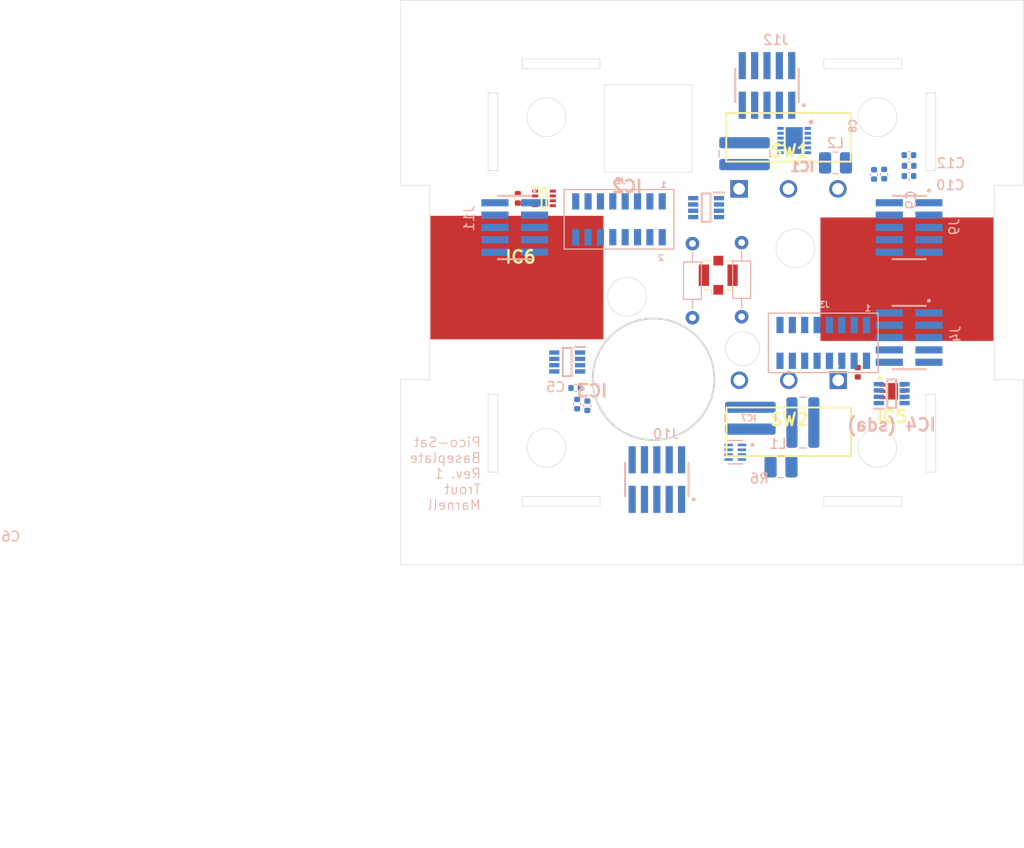
<source format=kicad_pcb>
(kicad_pcb (version 20221018) (generator pcbnew)
  (layers (0 "F.Cu" signal) (1 "In1.Cu" signal) (2 "In2.Cu" signal) (31 "B.Cu" signal) (34 "B.Paste" user) (35 "F.Paste" user) (36 "B.SilkS" user "B.Silkscreen") (37 "F.SilkS" user "F.Silkscreen") (38 "B.Mask" user) (39 "F.Mask" user) (44 "Edge.Cuts" user))
  (net 0 "")
  (net 1 "RF ANTENNA")
  (net 2 "GND")
  (net 3 "Battery +")
  (net 4 "MCU ENABLE 2")
  (net 5 "MCU ENABLE 1")
  (net 6 "VMPPT")
  (net 7 "PWM2(4)")
  (net 8 "1V8 MEASURE")
  (net 9 "3V3 MEASURE")
  (net 10 "MPPT ENABLE ")
  (net 11 "SDA(1)")
  (net 12 "SCL(1)")
  (net 13 "DRV ENABLE 1")
  (net 14 "PWM2(1)")
  (net 15 "PWM1(1)")
  (net 16 "1.8V")
  (net 17 "DRV ENABLE 2")
  (net 18 "PWM1(2)")
  (net 19 "PWM2(3)")
  (net 20 "PWM1(3)")
  (net 21 "DRV ENABLE 4")
  (net 22 "PWM1(4)")
  (net 23 "Net-(IC1-BULX)")
  (net 24 "Net-(IC1-BOLX)")
  (net 25 "3.3V")
  (net 26 "SCL(2)")
  (net 27 "SDA(2) ")
  (net 31 "VBAT+")
  (net 32 "DRV ENABLE 3")
  (net 33 "DRV ENABLE 5")
  (net 34 "PWM1(5)")
  (net 35 "PWM2(5)")
  (net 36 "PWM2(2) ")
  (net 37 "Net-(Q1-D)")
  (net 38 "Net-(Q2-D)")
  (net 41 "Net-(IC7-SW)")
  (footprint "LIB_D2F-L2-A1 (1):D2FL2A1" (layer "F.Cu") (at 109.98 73.05 180)
    (fp_text reference "SW2" (at 5.02 -4.04) (layer "F.SilkS") (effects (font (size 1.27 1.27) (thickness 0.254))))
    (fp_text value "SW_SPDT" hide)
    (fp_line (start -1.32 -7.8) (end 11.48 -7.8) (stroke (width 0.2)) (layer "F.SilkS"))
    (fp_line (start -1.32 -2.8) (end -1.32 -7.8) (stroke (width 0.2)) (layer "F.SilkS"))
    (fp_line (start 0 1.4) (end 0 1.4) (stroke (width 0.1)) (layer "F.SilkS"))
    (fp_line (start 0 1.5) (end 0 1.5) (stroke (width 0.1)) (layer "F.SilkS"))
    (fp_line (start 11.48 -7.8) (end 11.48 -2.8) (stroke (width 0.2)) (layer "F.SilkS"))
    (fp_line (start 11.48 -2.8) (end -1.32 -2.8) (stroke (width 0.2)) (layer "F.SilkS"))
    (fp_arc (start 0 1.4) (mid 0.05 1.45) (end 0 1.5) (stroke (width 0.1)) (layer "F.SilkS"))
    (fp_arc (start 0 1.5) (mid -0.05 1.45) (end 0 1.4) (stroke (width 0.1)) (layer "F.SilkS"))
    (pad "1" thru_hole rect locked (at 0 0 180) (size 1.8 1.8) (drill 1.2) (layers "*.Cu" "*.Mask") (net 3 "Battery +"))
    (pad "2" thru_hole circle locked (at 5.08 0 180) (size 1.8 1.8) (drill 1.2) (layers "*.Cu" "*.Mask") (net 31 "VBAT+"))
    (pad "3" thru_hole circle locked (at 10.16 0 180) (size 1.8 1.8) (drill 1.2) (layers "*.Cu" "*.Mask"))
  )
  (footprint "" (layer "F.Cu") (at 117.04 62.66)
    (fp_text reference "U1" hide)
    (fp_text value "~" hide)
    (pad "1" smd rect (at 0 0) (size 17.78 12.7) (layers "F.Cu" "F.Paste" "F.Mask") (net 1 "RF ANTENNA"))
  )
  (footprint "OPT4048DTSR:SOTFL50P190X60-8N" (layer "F.Cu") (at 79.74 54.35)
    (fp_text reference "IC6" (at -2.41 6.02) (layer "F.SilkS") (effects (font (size 1.27 1.27) (thickness 0.254))))
    (fp_text value "OPT4048DTSR" hide)
    (fp_line (start -1.22 -1.15) (end -0.6 -1.15) (stroke (width 0.2)) (layer "F.SilkS"))
    (fp_line (start -0.25 -1.05) (end 0.25 -1.05) (stroke (width 0.2)) (layer "F.SilkS"))
    (fp_line (start -0.25 1.05) (end -0.25 -1.05) (stroke (width 0.2)) (layer "F.SilkS"))
    (fp_line (start 0.25 -1.05) (end 0.25 1.05) (stroke (width 0.2)) (layer "F.SilkS"))
    (fp_line (start 0.25 1.05) (end -0.25 1.05) (stroke (width 0.2)) (layer "F.SilkS"))
    (pad "1" smd rect (at -0.91 -0.75 90) (size 0.3 0.62) (layers "F.Cu" "F.Paste" "F.Mask") (net 16 "1.8V"))
    (pad "2" smd rect (at -0.91 -0.25 90) (size 0.3 0.62) (layers "F.Cu" "F.Paste" "F.Mask") (net 2 "GND"))
    (pad "3" smd rect (at -0.91 0.25 90) (size 0.3 0.62) (layers "F.Cu" "F.Paste" "F.Mask"))
    (pad "4" smd rect (at -0.91 0.75 90) (size 0.3 0.62) (layers "F.Cu" "F.Paste" "F.Mask") (net 2 "GND"))
    (pad "5" smd rect (at 0.91 0.75 90) (size 0.3 0.62) (layers "F.Cu" "F.Paste" "F.Mask") (net 26 "SCL(2)"))
    (pad "6" smd rect (at 0.91 0.25 90) (size 0.3 0.62) (layers "F.Cu" "F.Paste" "F.Mask"))
    (pad "7" smd rect (at 0.91 -0.25 90) (size 0.3 0.62) (layers "F.Cu" "F.Paste" "F.Mask"))
    (pad "8" smd rect (at 0.91 -0.75 90) (size 0.3 0.62) (layers "F.Cu" "F.Paste" "F.Mask") (net 27 "SDA(2) "))
  )
  (footprint "TMP117MAIDRVR:SON65P200X200X80-7N" (layer "F.Cu") (at 115.58 74.185)
    (fp_text reference "IC5" (at -0.08 2.605) (layer "F.SilkS") (effects (font (size 1.27 1.27) (thickness 0.254))))
    (fp_text value "TMP117MAIDRVR" hide)
    (fp_circle (center -1.35 -1.325) (end -1.35 -1.2) (stroke (width 0.25)) (fill none) (layer "F.SilkS"))
    (pad "1" smd rect (at -1.05 -0.65 90) (size 0.35 0.6) (layers "F.Cu" "F.Paste" "F.Mask") (net 26 "SCL(2)"))
    (pad "2" smd rect (at -1.05 0 90) (size 0.35 0.6) (layers "F.Cu" "F.Paste" "F.Mask") (net 2 "GND"))
    (pad "3" smd rect (at -1.05 0.65 90) (size 0.35 0.6) (layers "F.Cu" "F.Paste" "F.Mask") (net 2 "GND"))
    (pad "4" smd rect (at 1.05 0.65 90) (size 0.35 0.6) (layers "F.Cu" "F.Paste" "F.Mask") (net 2 "GND"))
    (pad "5" smd rect (at 1.05 0 90) (size 0.35 0.6) (layers "F.Cu" "F.Paste" "F.Mask") (net 16 "1.8V"))
    (pad "6" smd rect (at 1.05 -0.65 90) (size 0.35 0.6) (layers "F.Cu" "F.Paste" "F.Mask") (net 27 "SDA(2) "))
    (pad "7" smd rect (at 0 0) (size 1.1 1.7) (layers "F.Cu" "F.Paste" "F.Mask") (net 2 "GND"))
  )
  (footprint "LIB_D2F-L2-A1 (1):D2FL2A1" (layer "F.Cu") (at 99.79 53.37)
    (fp_text reference "SW1" (at 5.19 -3.88) (layer "F.SilkS") (effects (font (size 1.27 1.27) (thickness 0.254))))
    (fp_text value "SW_SPDT" hide)
    (fp_line (start -1.32 -7.8) (end 11.48 -7.8) (stroke (width 0.2)) (layer "F.SilkS"))
    (fp_line (start -1.32 -2.8) (end -1.32 -7.8) (stroke (width 0.2)) (layer "F.SilkS"))
    (fp_line (start 0 1.4) (end 0 1.4) (stroke (width 0.1)) (layer "F.SilkS"))
    (fp_line (start 0 1.5) (end 0 1.5) (stroke (width 0.1)) (layer "F.SilkS"))
    (fp_line (start 11.48 -7.8) (end 11.48 -2.8) (stroke (width 0.2)) (layer "F.SilkS"))
    (fp_line (start 11.48 -2.8) (end -1.32 -2.8) (stroke (width 0.2)) (layer "F.SilkS"))
    (fp_arc (start 0 1.4) (mid 0.05 1.45) (end 0 1.5) (stroke (width 0.1)) (layer "F.SilkS"))
    (fp_arc (start 0 1.5) (mid -0.05 1.45) (end 0 1.4) (stroke (width 0.1)) (layer "F.SilkS"))
    (pad "1" thru_hole rect locked (at 0 0) (size 1.8 1.8) (drill 1.2) (layers "*.Cu" "*.Mask") (net 3 "Battery +"))
    (pad "2" thru_hole circle locked (at 5.08 0) (size 1.8 1.8) (drill 1.2) (layers "*.Cu" "*.Mask") (net 31 "VBAT+"))
    (pad "3" thru_hole circle locked (at 10.16 0) (size 1.8 1.8) (drill 1.2) (layers "*.Cu" "*.Mask"))
  )
  (footprint "Connector_Coaxial:U.FL_Molex_MCRF_73412-0110_Vertical" (layer "F.Cu") (at 97.65 62.25)
    (fp_text reference "J1" hide)
    (fp_text value "Conn_Coaxial" hide)
    (fp_line (start -1.5 -1.5) (end -0.7 -1.5) (stroke (width 0.12)) (layer "F.SilkS"))
    (fp_line (start -1.5 -1.3) (end -1.5 -1.5) (stroke (width 0.12)) (layer "F.SilkS"))
    (fp_line (start -1.3 1.5) (end -1.5 1.3) (stroke (width 0.12)) (layer "F.SilkS"))
    (fp_line (start -0.7 1.5) (end -1.3 1.5) (stroke (width 0.12)) (layer "F.SilkS"))
    (fp_line (start -0.7 1.5) (end -0.7 2) (stroke (width 0.12)) (layer "F.SilkS"))
    (fp_line (start 0.7 -1.5) (end 1.5 -1.5) (stroke (width 0.12)) (layer "F.SilkS"))
    (fp_line (start 0.7 1.5) (end 0.7 2) (stroke (width 0.12)) (layer "F.SilkS"))
    (fp_line (start 1.5 -1.5) (end 1.5 -1.3) (stroke (width 0.12)) (layer "F.SilkS"))
    (fp_line (start 1.5 1.3) (end 1.5 1.5) (stroke (width 0.12)) (layer "F.SilkS"))
    (fp_line (start 1.5 1.5) (end 0.7 1.5) (stroke (width 0.12)) (layer "F.SilkS"))
    (pad "1" smd rect (at 0 1.5) (size 1 1) (layers "F.Cu" "F.Paste" "F.Mask") (net 1 "RF ANTENNA"))
    (pad "2" smd rect (at -1.475 0) (size 1.05 2.2) (layers "F.Cu" "F.Paste" "F.Mask") (net 2 "GND"))
    (pad "2" smd rect (at 0 -1.5) (size 1 1) (layers "F.Cu" "F.Paste" "F.Mask") (net 2 "GND"))
    (pad "2" smd rect (at 1.475 0) (size 1.05 2.2) (layers "F.Cu" "F.Paste" "F.Mask") (net 2 "GND"))
  )
  (footprint "Capacitor_SMD:C_0402_1005Metric" (layer "F.Cu") (at 111.99 72.23 90)
    (fp_text reference "C14" hide)
    (fp_text value "0.1uF")
    (fp_line (start -0.107836 -0.36) (end 0.107836 -0.36) (stroke (width 0.12)) (layer "F.SilkS"))
    (fp_line (start -0.107836 0.36) (end 0.107836 0.36) (stroke (width 0.12)) (layer "F.SilkS"))
    (pad "1" smd roundrect (at -0.48 0 90) (size 0.56 0.62) (layers "F.Cu" "F.Paste" "F.Mask") (net 2 "GND"))
    (pad "2" smd roundrect (at 0.48 0 90) (size 0.56 0.62) (layers "F.Cu" "F.Paste" "F.Mask") (net 16 "1.8V"))
  )
  (footprint "Capacitor_SMD:C_0402_1005Metric" (layer "F.Cu") (at 77.05 54.35 90)
    (fp_text reference "C13" hide)
    (fp_text value "0.1uF" hide)
    (fp_line (start -0.107836 -0.36) (end 0.107836 -0.36) (stroke (width 0.12)) (layer "F.SilkS"))
    (fp_line (start -0.107836 0.36) (end 0.107836 0.36) (stroke (width 0.12)) (layer "F.SilkS"))
    (pad "1" smd roundrect (at -0.48 0 90) (size 0.56 0.62) (layers "F.Cu" "F.Paste" "F.Mask") (net 2 "GND"))
    (pad "2" smd roundrect (at 0.48 0 90) (size 0.56 0.62) (layers "F.Cu" "F.Paste" "F.Mask") (net 16 "1.8V"))
  )
  (footprint "PICO TRANSISTOR:antenna" (layer "F.Cu") (at 75.69 62.49)
    (fp_text reference "U2" hide)
    (fp_text value "~")
    (pad "1" smd rect (at 1.27 0) (size 17.78 12.7) (layers "F.Cu" "F.Paste" "F.Mask") (net 1 "RF ANTENNA"))
  )
  (footprint "FLE-108-01-G-DV (1):FLE-108-01-XX-DV" (layer "B.Cu") (at 108.44 69.21 180)
    (fp_text reference "J3" (at -0.127243 3.94454) (layer "B.SilkS") (effects (font (size 0.601149 0.601149)) (justify mirror)))
    (fp_text value "FLE-108-01-XX-DV")
    (fp_text user "1" (at -4.58061 3.5627) (layer "B.SilkS") (effects (font (size 0.601131 0.601131)) (justify mirror)))
    (fp_line (start -5.6388 -3.0607) (end -5.6388 3.0607) (stroke (width 0.127)) (layer "B.SilkS"))
    (fp_line (start -5.6388 3.0607) (end 5.6388 3.0607) (stroke (width 0.127)) (layer "B.SilkS"))
    (fp_line (start 5.6388 -3.0607) (end -5.6388 -3.0607) (stroke (width 0.127)) (layer "B.SilkS"))
    (fp_line (start 5.6388 3.0607) (end 5.6388 -3.0607) (stroke (width 0.127)) (layer "B.SilkS"))
    (pad "1" smd rect (at -4.445 1.8415 180) (size 0.7366 1.6764) (layers "B.Cu" "B.Paste" "B.Mask") (net 7 "PWM2(4)"))
    (pad "2" smd rect (at -4.445 -1.8415 180) (size 0.7366 1.6764) (layers "B.Cu" "B.Paste" "B.Mask") (net 12 "SCL(1)"))
    (pad "3" smd rect (at -3.175 1.8415 180) (size 0.7366 1.6764) (layers "B.Cu" "B.Paste" "B.Mask") (net 22 "PWM1(4)"))
    (pad "4" smd rect (at -3.175 -1.8415 180) (size 0.7366 1.6764) (layers "B.Cu" "B.Paste" "B.Mask") (net 11 "SDA(1)"))
    (pad "5" smd rect (at -1.905 1.8415 180) (size 0.7366 1.6764) (layers "B.Cu" "B.Paste" "B.Mask") (net 19 "PWM2(3)"))
    (pad "6" smd rect (at -1.905 -1.8415 180) (size 0.7366 1.6764) (layers "B.Cu" "B.Paste" "B.Mask") (net 26 "SCL(2)"))
    (pad "7" smd rect (at -0.635 1.8415 180) (size 0.7366 1.6764) (layers "B.Cu" "B.Paste" "B.Mask") (net 20 "PWM1(3)"))
    (pad "8" smd rect (at -0.635 -1.8415 180) (size 0.7366 1.6764) (layers "B.Cu" "B.Paste" "B.Mask") (net 27 "SDA(2) "))
    (pad "9" smd rect (at 0.635 1.8415 180) (size 0.7366 1.6764) (layers "B.Cu" "B.Paste" "B.Mask") (net 36 "PWM2(2) "))
    (pad "10" smd rect (at 0.635 -1.8415 180) (size 0.7366 1.6764) (layers "B.Cu" "B.Paste" "B.Mask") (net 15 "PWM1(1)"))
    (pad "11" smd rect (at 1.905 1.8415 180) (size 0.7366 1.6764) (layers "B.Cu" "B.Paste" "B.Mask") (net 18 "PWM1(2)"))
    (pad "12" smd rect (at 1.905 -1.8415 180) (size 0.7366 1.6764) (layers "B.Cu" "B.Paste" "B.Mask") (net 14 "PWM2(1)"))
    (pad "13" smd rect (at 3.175 1.8415 180) (size 0.7366 1.6764) (layers "B.Cu" "B.Paste" "B.Mask") (net 3 "Battery +"))
    (pad "14" smd rect (at 3.175 -1.8415 180) (size 0.7366 1.6764) (layers "B.Cu" "B.Paste" "B.Mask") (net 2 "GND"))
    (pad "15" smd rect (at 4.445 1.8415 180) (size 0.7366 1.6764) (layers "B.Cu" "B.Paste" "B.Mask") (net 2 "GND"))
    (pad "16" smd rect (at 4.445 -1.8415 180) (size 0.7366 1.6764) (layers "B.Cu" "B.Paste" "B.Mask") (net 2 "GND"))
  )
  (footprint "Capacitor_SMD:C_0402_1005Metric" (layer "B.Cu") (at 84.2 75.67 -90)
    (fp_text reference "C6" (at 13.45 59.26 -180) (layer "B.SilkS") (effects (justify mirror)))
    (fp_text value "10uF")
    (fp_line (start -0.107836 -0.36) (end 0.107836 -0.36) (stroke (width 0.12)) (layer "B.SilkS"))
    (fp_line (start -0.107836 0.36) (end 0.107836 0.36) (stroke (width 0.12)) (layer "B.SilkS"))
    (pad "1" smd roundrect (at -0.48 0 270) (size 0.56 0.62) (layers "B.Cu" "B.Paste" "B.Mask") (net 8 "1V8 MEASURE"))
    (pad "2" smd roundrect (at 0.48 0 270) (size 0.56 0.62) (layers "B.Cu" "B.Paste" "B.Mask") (net 2 "GND"))
  )
  (footprint "Capacitor_SMD:C_0402_1005Metric" (layer "B.Cu") (at 117.24 49.9)
    (fp_text reference "C12" (at 4.32 0.82) (layer "B.SilkS") (effects (justify mirror)))
    (fp_text value "1uF")
    (fp_line (start -0.107836 -0.36) (end 0.107836 -0.36) (stroke (width 0.12)) (layer "B.SilkS"))
    (fp_line (start -0.107836 0.36) (end 0.107836 0.36) (stroke (width 0.12)) (layer "B.SilkS"))
    (pad "1" smd roundrect (at -0.48 0) (size 0.56 0.62) (layers "B.Cu" "B.Paste" "B.Mask") (net 9 "3V3 MEASURE"))
    (pad "2" smd roundrect (at 0.48 0) (size 0.56 0.62) (layers "B.Cu" "B.Paste" "B.Mask") (net 2 "GND"))
  )
  (footprint "Resistor_SMD:R_1020_2550Metric" (layer "B.Cu") (at 100.35 49.75 90)
    (fp_text reference "R5" hide)
    (fp_text value "20m")
    (fp_line (start -0.361252 -2.61) (end 0.361252 -2.61) (stroke (width 0.12)) (layer "B.SilkS"))
    (fp_line (start -0.361252 2.61) (end 0.361252 2.61) (stroke (width 0.12)) (layer "B.SilkS"))
    (pad "1" smd roundrect (at -1.125 0 90) (size 1.15 5.2) (layers "B.Cu" "B.Paste" "B.Mask") (roundrect_rratio 0.217391) (net 9 "3V3 MEASURE"))
    (pad "2" smd roundrect (at 1.125 0 90) (size 1.15 5.2) (layers "B.Cu" "B.Paste" "B.Mask") (roundrect_rratio 0.217391) (net 25 "3.3V"))
  )
  (footprint "Capacitor_SMD:C_0402_1005Metric" (layer "B.Cu") (at 117.27 51)
    (fp_text reference "C11" hide)
    (fp_text value "10uF")
    (fp_line (start -0.107836 -0.36) (end 0.107836 -0.36) (stroke (width 0.12)) (layer "B.SilkS"))
    (fp_line (start -0.107836 0.36) (end 0.107836 0.36) (stroke (width 0.12)) (layer "B.SilkS"))
    (pad "1" smd roundrect (at -0.48 0) (size 0.56 0.62) (layers "B.Cu" "B.Paste" "B.Mask") (net 9 "3V3 MEASURE"))
    (pad "2" smd roundrect (at 0.48 0) (size 0.56 0.62) (layers "B.Cu" "B.Paste" "B.Mask") (net 2 "GND"))
  )
  (footprint "FTSH-105-01-L-DV:SAMTEC_FTSH-105-XX-X-DV" (layer "B.Cu") (at 102.66 42.735 180)
    (fp_text reference "J12" (at -0.931 4.681) (layer "B.SilkS") (effects (justify mirror)))
    (fp_text value "FTSH-105-XX-X-DV")
    (fp_line (start -3.26 1.715) (end -3.26 -1.715) (stroke (width 0.2)) (layer "B.SilkS"))
    (fp_line (start 3.26 -1.715) (end 3.26 1.715) (stroke (width 0.2)) (layer "B.SilkS"))
    (fp_circle (center -3.79 -2.035) (end -3.69 -2.035) (stroke (width 0.2)) (fill none) (layer "B.SilkS"))
    (pad "01" smd rect locked (at -2.54 -2.035 180) (size 0.74 2.79) (layers "B.Cu" "B.Paste" "B.Mask") (net 22 "PWM1(4)"))
    (pad "02" smd rect locked (at -2.54 2.035 180) (size 0.74 2.79) (layers "B.Cu" "B.Paste" "B.Mask") (net 7 "PWM2(4)"))
    (pad "03" smd rect locked (at -1.27 -2.035 180) (size 0.74 2.79) (layers "B.Cu" "B.Paste" "B.Mask") (net 3 "Battery +"))
    (pad "04" smd rect locked (at -1.27 2.035 180) (size 0.74 2.79) (layers "B.Cu" "B.Paste" "B.Mask") (net 21 "DRV ENABLE 4"))
    (pad "05" smd rect locked (at 0 -2.035 180) (size 0.74 2.79) (layers "B.Cu" "B.Paste" "B.Mask") (net 11 "SDA(1)"))
    (pad "06" smd rect locked (at 0 2.035 180) (size 0.74 2.79) (layers "B.Cu" "B.Paste" "B.Mask") (net 10 "MPPT ENABLE "))
    (pad "07" smd rect locked (at 1.27 -2.035 180) (size 0.74 2.79) (layers "B.Cu" "B.Paste" "B.Mask") (net 16 "1.8V"))
    (pad "08" smd rect locked (at 1.27 2.035 180) (size 0.74 2.79) (layers "B.Cu" "B.Paste" "B.Mask") (net 12 "SCL(1)"))
    (pad "09" smd rect locked (at 2.54 -2.035 180) (size 0.74 2.79) (layers "B.Cu" "B.Paste" "B.Mask") (net 2 "GND"))
    (pad "10" smd rect locked (at 2.54 2.035 180) (size 0.74 2.79) (layers "B.Cu" "B.Paste" "B.Mask") (net 6 "VMPPT"))
  )
  (footprint "Capacitor_SMD:C_0402_1005Metric" (layer "B.Cu") (at 83.15 75.5 -90)
    (fp_text reference "C7" hide)
    (fp_text value "1uF")
    (fp_line (start -0.107836 -0.36) (end 0.107836 -0.36) (stroke (width 0.12)) (layer "B.SilkS"))
    (fp_line (start -0.107836 0.36) (end 0.107836 0.36) (stroke (width 0.12)) (layer "B.SilkS"))
    (pad "1" smd roundrect (at -0.48 0 270) (size 0.56 0.62) (layers "B.Cu" "B.Paste" "B.Mask") (net 8 "1V8 MEASURE"))
    (pad "2" smd roundrect (at 0.48 0 270) (size 0.56 0.62) (layers "B.Cu" "B.Paste" "B.Mask") (net 2 "GND"))
  )
  (footprint "TPS62840DLCR:SON50P200X150X100-8N" (layer "B.Cu") (at 99.4 80.45 180)
    (fp_text reference "IC7" (at -1.37 3.52) (layer "B.SilkS") (effects (font (size 0.64 0.64)) (justify mirror)))
    (fp_text value "TPS62840DLCR")
    (fp_line (start -0.75 -1.205) (end 0.75 -1.205) (stroke (width 0.127)) (layer "B.SilkS"))
    (fp_line (start -0.75 1.205) (end 0.75 1.205) (stroke (width 0.127)) (layer "B.SilkS"))
    (fp_circle (center -1.745 0.75) (end -1.645 0.75) (stroke (width 0.2)) (fill none) (layer "B.SilkS"))
    (pad "1" smd roundrect (at -0.685 0.75 180) (size 0.86 0.27) (layers "B.Cu" "B.Paste" "B.Mask") (roundrect_rratio 0.03) (net 2 "GND"))
    (pad "2" smd roundrect (at -0.685 0.25 180) (size 0.86 0.27) (layers "B.Cu" "B.Paste" "B.Mask") (roundrect_rratio 0.03) (net 3 "Battery +"))
    (pad "3" smd roundrect (at -0.685 -0.25 180) (size 0.86 0.27) (layers "B.Cu" "B.Paste" "B.Mask") (roundrect_rratio 0.03) (net 2 "GND"))
    (pad "4" smd roundrect (at -0.685 -0.75 180) (size 0.86 0.27) (layers "B.Cu" "B.Paste" "B.Mask") (roundrect_rratio 0.03) (net 3 "Battery +"))
    (pad "5" smd roundrect (at 0.685 -0.75 180) (size 0.86 0.27) (layers "B.Cu" "B.Paste" "B.Mask") (roundrect_rratio 0.03) (net 2 "GND"))
    (pad "6" smd roundrect (at 0.685 -0.25 180) (size 0.86 0.27) (layers "B.Cu" "B.Paste" "B.Mask") (roundrect_rratio 0.03) (net 2 "GND"))
    (pad "7" smd roundrect (at 0.685 0.25 180) (size 0.86 0.27) (layers "B.Cu" "B.Paste" "B.Mask") (roundrect_rratio 0.03) (net 41 "Net-(IC7-SW)"))
    (pad "8" smd roundrect (at 0.685 0.75 180) (size 0.86 0.27) (layers "B.Cu" "B.Paste" "B.Mask") (roundrect_rratio 0.03) (net 8 "1V8 MEASURE"))
  )
  (footprint "RP604K331A-TR:SON50P270X300X60-13N" (layer "B.Cu") (at 105.45 48.4 180)
    (fp_text reference "IC1" (at -0.84 -2.71) (layer "B.SilkS") (effects (font (thickness 0.25)) (justify mirror)))
    (fp_text value "RP604K331A-TR" hide)
    (fp_circle (center -1.725 1.9) (end -1.725 1.775) (stroke (width 0.25)) (fill none) (layer "B.SilkS"))
    (pad "1" smd rect (at -1.4 1.25 90) (size 0.3 0.65) (layers "B.Cu" "B.Paste" "B.Mask") (net 3 "Battery +"))
    (pad "2" smd rect (at -1.4 0.75 90) (size 0.3 0.65) (layers "B.Cu" "B.Paste" "B.Mask") (net 3 "Battery +"))
    (pad "3" smd rect (at -1.4 0.25 90) (size 0.3 0.65) (layers "B.Cu" "B.Paste" "B.Mask") (net 2 "GND"))
    (pad "4" smd rect (at -1.4 -0.25 90) (size 0.3 0.65) (layers "B.Cu" "B.Paste" "B.Mask") (net 2 "GND"))
    (pad "5" smd rect (at -1.4 -0.75 90) (size 0.3 0.65) (layers "B.Cu" "B.Paste" "B.Mask") (net 2 "GND"))
    (pad "6" smd rect (at -1.4 -1.25 90) (size 0.3 0.65) (layers "B.Cu" "B.Paste" "B.Mask") (net 9 "3V3 MEASURE"))
    (pad "7" smd rect (at 1.4 -1.25 90) (size 0.3 0.65) (layers "B.Cu" "B.Paste" "B.Mask") (net 9 "3V3 MEASURE"))
    (pad "8" smd rect (at 1.4 -0.75 90) (size 0.3 0.65) (layers "B.Cu" "B.Paste" "B.Mask") (net 24 "Net-(IC1-BOLX)"))
    (pad "9" smd rect (at 1.4 -0.25 90) (size 0.3 0.65) (layers "B.Cu" "B.Paste" "B.Mask") (net 2 "GND"))
    (pad "10" smd rect (at 1.4 0.25 90) (size 0.3 0.65) (layers "B.Cu" "B.Paste" "B.Mask") (net 2 "GND"))
    (pad "11" smd rect (at 1.4 0.75 90) (size 0.3 0.65) (layers "B.Cu" "B.Paste" "B.Mask") (net 23 "Net-(IC1-BULX)"))
    (pad "12" smd rect (at 1.4 1.25 90) (size 0.3 0.65) (layers "B.Cu" "B.Paste" "B.Mask") (net 3 "Battery +"))
    (pad "13" smd rect (at 0 0 180) (size 1.75 2.75) (layers "B.Cu" "B.Paste" "B.Mask") (net 2 "GND"))
  )
  (footprint "Capacitor_SMD:C_0402_1005Metric" (layer "B.Cu") (at 83 73.85 180)
    (fp_text reference "C5" (at 2.06 0.1) (layer "B.SilkS") (effects (justify mirror)))
    (fp_text value "4.7uF")
    (fp_line (start -0.107836 -0.36) (end 0.107836 -0.36) (stroke (width 0.12)) (layer "B.SilkS"))
    (fp_line (start -0.107836 0.36) (end 0.107836 0.36) (stroke (width 0.12)) (layer "B.SilkS"))
    (pad "1" smd roundrect (at -0.48 0 180) (size 0.56 0.62) (layers "B.Cu" "B.Paste" "B.Mask") (net 3 "Battery +"))
    (pad "2" smd roundrect (at 0.48 0 180) (size 0.56 0.62) (layers "B.Cu" "B.Paste" "B.Mask") (net 2 "GND"))
  )
  (footprint "Capacitor_SMD:C_0402_1005Metric" (layer "B.Cu") (at 113.66 51.88 -90)
    (fp_text reference "C8" (at -4.99 2.17 90) (layer "B.SilkS") (effects (font (size 0.7 0.7)) (justify mirror)))
    (fp_text value "1uF")
    (fp_line (start -0.107836 -0.36) (end 0.107836 -0.36) (stroke (width 0.12)) (layer "B.SilkS"))
    (fp_line (start -0.107836 0.36) (end 0.107836 0.36) (stroke (width 0.12)) (layer "B.SilkS"))
    (pad "1" smd roundrect (at -0.48 0 270) (size 0.56 0.62) (layers "B.Cu" "B.Paste" "B.Mask") (net 2 "GND"))
    (pad "2" smd roundrect (at 0.48 0 270) (size 0.56 0.62) (layers "B.Cu" "B.Paste" "B.Mask") (net 3 "Battery +"))
  )
  (footprint "FTSH-105-01-L-DV:SAMTEC_FTSH-105-XX-X-DV" (layer "B.Cu") (at 117.265 57.34 -90)
    (fp_text reference "J9" (at -0.06 -4.635 90) (layer "B.SilkS") (effects (justify mirror)))
    (fp_text value "FTSH-105-XX-X-DV")
    (fp_line (start -3.26 1.715) (end -3.26 -1.715) (stroke (width 0.2)) (layer "B.SilkS"))
    (fp_line (start 3.26 -1.715) (end 3.26 1.715) (stroke (width 0.2)) (layer "B.SilkS"))
    (fp_circle (center -3.79 -2.035) (end -3.69 -2.035) (stroke (width 0.2)) (fill none) (layer "B.SilkS"))
    (pad "01" smd rect locked (at -2.54 -2.035 270) (size 0.74 2.79) (layers "B.Cu" "B.Paste" "B.Mask") (net 15 "PWM1(1)"))
    (pad "02" smd rect locked (at -2.54 2.035 270) (size 0.74 2.79) (layers "B.Cu" "B.Paste" "B.Mask") (net 14 "PWM2(1)"))
    (pad "03" smd rect locked (at -1.27 -2.035 270) (size 0.74 2.79) (layers "B.Cu" "B.Paste" "B.Mask") (net 3 "Battery +"))
    (pad "04" smd rect locked (at -1.27 2.035 270) (size 0.74 2.79) (layers "B.Cu" "B.Paste" "B.Mask") (net 13 "DRV ENABLE 1"))
    (pad "05" smd rect locked (at 0 -2.035 270) (size 0.74 2.79) (layers "B.Cu" "B.Paste" "B.Mask") (net 11 "SDA(1)"))
    (pad "06" smd rect locked (at 0 2.035 270) (size 0.74 2.79) (layers "B.Cu" "B.Paste" "B.Mask") (net 10 "MPPT ENABLE "))
    (pad "07" smd rect locked (at 1.27 -2.035 270) (size 0.74 2.79) (layers "B.Cu" "B.Paste" "B.Mask") (net 16 "1.8V"))
    (pad "08" smd rect locked (at 1.27 2.035 270) (size 0.74 2.79) (layers "B.Cu" "B.Paste" "B.Mask") (net 12 "SCL(1)"))
    (pad "09" smd rect locked (at 2.54 -2.035 270) (size 0.74 2.79) (layers "B.Cu" "B.Paste" "B.Mask") (net 2 "GND"))
    (pad "10" smd rect locked (at 2.54 2.035 270) (size 0.74 2.79) (layers "B.Cu" "B.Paste" "B.Mask") (net 6 "VMPPT"))
  )
  (footprint "FTSH-105-01-L-DV:SAMTEC_FTSH-105-XX-X-DV" (layer "B.Cu") (at 76.735 57.34 -90)
    (fp_text reference "J11" (at -0.931 4.681 90) (layer "B.SilkS") (effects (justify mirror)))
    (fp_text value "FTSH-105-XX-X-DV")
    (fp_line (start -3.26 1.715) (end -3.26 -1.715) (stroke (width 0.2)) (layer "B.SilkS"))
    (fp_line (start 3.26 -1.715) (end 3.26 1.715) (stroke (width 0.2)) (layer "B.SilkS"))
    (fp_circle (center -3.79 -2.035) (end -3.69 -2.035) (stroke (width 0.2)) (fill none) (layer "B.SilkS"))
    (pad "01" smd rect locked (at -2.54 -2.035 270) (size 0.74 2.79) (layers "B.Cu" "B.Paste" "B.Mask") (net 20 "PWM1(3)"))
    (pad "02" smd rect locked (at -2.54 2.035 270) (size 0.74 2.79) (layers "B.Cu" "B.Paste" "B.Mask") (net 19 "PWM2(3)"))
    (pad "03" smd rect locked (at -1.27 -2.035 270) (size 0.74 2.79) (layers "B.Cu" "B.Paste" "B.Mask") (net 3 "Battery +"))
    (pad "04" smd rect locked (at -1.27 2.035 270) (size 0.74 2.79) (layers "B.Cu" "B.Paste" "B.Mask") (net 32 "DRV ENABLE 3"))
    (pad "05" smd rect locked (at 0 -2.035 270) (size 0.74 2.79) (layers "B.Cu" "B.Paste" "B.Mask") (net 11 "SDA(1)"))
    (pad "06" smd rect locked (at 0 2.035 270) (size 0.74 2.79) (layers "B.Cu" "B.Paste" "B.Mask") (net 10 "MPPT ENABLE "))
    (pad "07" smd rect locked (at 1.27 -2.035 270) (size 0.74 2.79) (layers "B.Cu" "B.Paste" "B.Mask") (net 16 "1.8V"))
    (pad "08" smd rect locked (at 1.27 2.035 270) (size 0.74 2.79) (layers "B.Cu" "B.Paste" "B.Mask") (net 12 "SCL(1)"))
    (pad "09" smd rect locked (at 2.54 -2.035 270) (size 0.74 2.79) (layers "B.Cu" "B.Paste" "B.Mask") (net 2 "GND"))
    (pad "10" smd rect locked (at 2.54 2.035 270) (size 0.74 2.79) (layers "B.Cu" "B.Paste" "B.Mask") (net 6 "VMPPT"))
  )
  (footprint "INA236AIDDFR:SOP65P280X110-8N" (layer "B.Cu") (at 96.4 55.3 180)
    (fp_text reference "IC2" (at 8.125 2.175) (layer "B.SilkS") (effects (font (size 1.27 1.27) (thickness 0.254)) (justify mirror)))
    (fp_text value "INA236AIDDFR" hide)
    (fp_line (start -1.85 1.55) (end -0.8 1.55) (stroke (width 0.2)) (layer "B.SilkS"))
    (fp_line (start -0.45 -1.45) (end -0.45 1.45) (stroke (width 0.2)) (layer "B.SilkS"))
    (fp_line (start -0.45 1.45) (end 0.45 1.45) (stroke (width 0.2)) (layer "B.SilkS"))
    (fp_line (start 0.45 -1.45) (end -0.45 -1.45) (stroke (width 0.2)) (layer "B.SilkS"))
    (fp_line (start 0.45 1.45) (end 0.45 -1.45) (stroke (width 0.2)) (layer "B.SilkS"))
    (pad "1" smd rect (at -1.325 0.975 90) (size 0.45 1.05) (layers "B.Cu" "B.Paste" "B.Mask") (net 9 "3V3 MEASURE"))
    (pad "2" smd rect (at -1.325 0.325 90) (size 0.45 1.05) (layers "B.Cu" "B.Paste" "B.Mask") (net 25 "3.3V"))
    (pad "3" smd rect (at -1.325 -0.325 90) (size 0.45 1.05) (layers "B.Cu" "B.Paste" "B.Mask") (net 2 "GND"))
    (pad "4" smd rect (at -1.325 -0.975 90) (size 0.45 1.05) (layers "B.Cu" "B.Paste" "B.Mask") (net 16 "1.8V"))
    (pad "5" smd rect (at 1.325 -0.975 90) (size 0.45 1.05) (layers "B.Cu" "B.Paste" "B.Mask") (net 12 "SCL(1)"))
    (pad "6" smd rect (at 1.325 -0.325 90) (size 0.45 1.05) (layers "B.Cu" "B.Paste" "B.Mask") (net 11 "SDA(1)"))
    (pad "7" smd rect (at 1.325 0.325 90) (size 0.45 1.05) (layers "B.Cu" "B.Paste" "B.Mask") (net 2 "GND"))
    (pad "8" smd rect (at 1.325 0.975 90) (size 0.45 1.05) (layers "B.Cu" "B.Paste" "B.Mask") (net 2 "GND"))
  )
  (footprint "Resistor_SMD:R_1020_2550Metric" (layer "B.Cu") (at 100.95 76.95 90)
    (fp_text reference "R7" hide)
    (fp_text value "20m")
    (fp_line (start -0.361252 -2.61) (end 0.361252 -2.61) (stroke (width 0.12)) (layer "B.SilkS"))
    (fp_line (start -0.361252 2.61) (end 0.361252 2.61) (stroke (width 0.12)) (layer "B.SilkS"))
    (pad "1" smd roundrect (at -1.125 0 90) (size 1.15 5.2) (layers "B.Cu" "B.Paste" "B.Mask") (roundrect_rratio 0.217391) (net 6 "VMPPT"))
    (pad "2" smd roundrect (at 1.125 0 90) (size 1.15 5.2) (layers "B.Cu" "B.Paste" "B.Mask") (roundrect_rratio 0.217391) (net 3 "Battery +"))
  )
  (footprint "FTSH-105-01-L-DV:SAMTEC_FTSH-105-XX-X-DV" (layer "B.Cu") (at 117.265 68.66 -90)
    (fp_text reference "J4" (at -0.36 -4.76 90) (layer "B.SilkS") (effects (justify mirror)))
    (fp_text value "FTSH-105-XX-X-DV")
    (fp_line (start -3.26 1.715) (end -3.26 -1.715) (stroke (width 0.2)) (layer "B.SilkS"))
    (fp_line (start 3.26 -1.715) (end 3.26 1.715) (stroke (width 0.2)) (layer "B.SilkS"))
    (fp_circle (center -3.79 -2.035) (end -3.69 -2.035) (stroke (width 0.2)) (fill none) (layer "B.SilkS"))
    (pad "01" smd rect locked (at -2.54 -2.035 270) (size 0.74 2.79) (layers "B.Cu" "B.Paste" "B.Mask") (net 34 "PWM1(5)"))
    (pad "02" smd rect locked (at -2.54 2.035 270) (size 0.74 2.79) (layers "B.Cu" "B.Paste" "B.Mask") (net 35 "PWM2(5)"))
    (pad "03" smd rect locked (at -1.27 -2.035 270) (size 0.74 2.79) (layers "B.Cu" "B.Paste" "B.Mask") (net 3 "Battery +"))
    (pad "04" smd rect locked (at -1.27 2.035 270) (size 0.74 2.79) (layers "B.Cu" "B.Paste" "B.Mask") (net 33 "DRV ENABLE 5"))
    (pad "05" smd rect locked (at 0 -2.035 270) (size 0.74 2.79) (layers "B.Cu" "B.Paste" "B.Mask") (net 27 "SDA(2) "))
    (pad "06" smd rect locked (at 0 2.035 270) (size 0.74 2.79) (layers "B.Cu" "B.Paste" "B.Mask") (net 10 "MPPT ENABLE "))
    (pad "07" smd rect locked (at 1.27 -2.035 270) (size 0.74 2.79) (layers "B.Cu" "B.Paste" "B.Mask") (net 16 "1.8V"))
    (pad "08" smd rect locked (at 1.27 2.035 270) (size 0.74 2.79) (layers "B.Cu" "B.Paste" "B.Mask") (net 26 "SCL(2)"))
    (pad "09" smd rect locked (at 2.54 -2.035 270) (size 0.74 2.79) (layers "B.Cu" "B.Paste" "B.Mask") (net 2 "GND"))
    (pad "10" smd rect locked (at 2.54 2.035 270) (size 0.74 2.79) (layers "B.Cu" "B.Paste" "B.Mask") (net 6 "VMPPT"))
  )
  (footprint "Inductor_SMD:L_1008_2520Metric" (layer "B.Cu") (at 104.1 81.95 180)
    (fp_text reference "L1" (at 0.32 2.36) (layer "B.SilkS") (effects (justify mirror)))
    (fp_text value "2.2uH")
    (fp_line (start -0.261252 -1.11) (end 0.261252 -1.11) (stroke (width 0.12)) (layer "B.SilkS"))
    (fp_line (start -0.261252 1.11) (end 0.261252 1.11) (stroke (width 0.12)) (layer "B.SilkS"))
    (pad "1" smd roundrect (at -1.075 0 180) (size 1.25 2.2) (layers "B.Cu" "B.Paste" "B.Mask") (roundrect_rratio 0.2) (net 41 "Net-(IC7-SW)"))
    (pad "2" smd roundrect (at 1.075 0 180) (size 1.25 2.2) (layers "B.Cu" "B.Paste" "B.Mask") (roundrect_rratio 0.2) (net 8 "1V8 MEASURE"))
  )
  (footprint "INA236AIDDFR:SOP65P280X110-8N" (layer "B.Cu") (at 82.125 71.175 180)
    (fp_text reference "IC3" (at -2.56 -2.97) (layer "B.SilkS") (effects (font (size 1.27 1.27) (thickness 0.254)) (justify mirror)))
    (fp_text value "INA236AIDDFR" hide)
    (fp_line (start -1.85 1.55) (end -0.8 1.55) (stroke (width 0.2)) (layer "B.SilkS"))
    (fp_line (start -0.45 -1.45) (end -0.45 1.45) (stroke (width 0.2)) (layer "B.SilkS"))
    (fp_line (start -0.45 1.45) (end 0.45 1.45) (stroke (width 0.2)) (layer "B.SilkS"))
    (fp_line (start 0.45 -1.45) (end -0.45 -1.45) (stroke (width 0.2)) (layer "B.SilkS"))
    (fp_line (start 0.45 1.45) (end 0.45 -1.45) (stroke (width 0.2)) (layer "B.SilkS"))
    (pad "1" smd rect (at -1.325 0.975 90) (size 0.45 1.05) (layers "B.Cu" "B.Paste" "B.Mask") (net 8 "1V8 MEASURE"))
    (pad "2" smd rect (at -1.325 0.325 90) (size 0.45 1.05) (layers "B.Cu" "B.Paste" "B.Mask") (net 16 "1.8V"))
    (pad "3" smd rect (at -1.325 -0.325 90) (size 0.45 1.05) (layers "B.Cu" "B.Paste" "B.Mask") (net 2 "GND"))
    (pad "4" smd rect (at -1.325 -0.975 90) (size 0.45 1.05) (layers "B.Cu" "B.Paste" "B.Mask") (net 16 "1.8V"))
    (pad "5" smd rect (at 1.325 -0.975 90) (size 0.45 1.05) (layers "B.Cu" "B.Paste" "B.Mask") (net 12 "SCL(1)"))
    (pad "6" smd rect (at 1.325 -0.325 90) (size 0.45 1.05) (layers "B.Cu" "B.Paste" "B.Mask") (net 11 "SDA(1)"))
    (pad "7" smd rect (at 1.325 0.325 90) (size 0.45 1.05) (layers "B.Cu" "B.Paste" "B.Mask") (net 12 "SCL(1)"))
    (pad "8" smd rect (at 1.325 0.975 90) (size 0.45 1.05) (layers "B.Cu" "B.Paste" "B.Mask") (net 2 "GND"))
  )
  (footprint "INA236AIDDFR:SOP65P280X110-8N" (layer "B.Cu") (at 115.475 74.425)
    (fp_text reference "IC4 (sda)" (at -0.02 3.21 180) (layer "B.SilkS") (effects (font (size 1.27 1.27) (thickness 0.254)) (justify mirror)))
    (fp_text value "INA236AIDDFR" hide)
    (fp_line (start -1.85 1.55) (end -0.8 1.55) (stroke (width 0.2)) (layer "B.SilkS"))
    (fp_line (start -0.45 -1.45) (end -0.45 1.45) (stroke (width 0.2)) (layer "B.SilkS"))
    (fp_line (start -0.45 1.45) (end 0.45 1.45) (stroke (width 0.2)) (layer "B.SilkS"))
    (fp_line (start 0.45 -1.45) (end -0.45 -1.45) (stroke (width 0.2)) (layer "B.SilkS"))
    (fp_line (start 0.45 1.45) (end 0.45 -1.45) (stroke (width 0.2)) (layer "B.SilkS"))
    (pad "1" smd rect (at -1.325 0.975 270) (size 0.45 1.05) (layers "B.Cu" "B.Paste" "B.Mask") (net 6 "VMPPT"))
    (pad "2" smd rect (at -1.325 0.325 270) (size 0.45 1.05) (layers "B.Cu" "B.Paste" "B.Mask") (net 3 "Battery +"))
    (pad "3" smd rect (at -1.325 -0.325 270) (size 0.45 1.05) (layers "B.Cu" "B.Paste" "B.Mask") (net 2 "GND"))
    (pad "4" smd rect (at -1.325 -0.975 270) (size 0.45 1.05) (layers "B.Cu" "B.Paste" "B.Mask") (net 16 "1.8V"))
    (pad "5" smd rect (at 1.325 -0.975 270) (size 0.45 1.05) (layers "B.Cu" "B.Paste" "B.Mask") (net 12 "SCL(1)"))
    (pad "6" smd rect (at 1.325 -0.325 270) (size 0.45 1.05) (layers "B.Cu" "B.Paste" "B.Mask") (net 11 "SDA(1)"))
    (pad "7" smd rect (at 1.325 0.325 270) (size 0.45 1.05) (layers "B.Cu" "B.Paste" "B.Mask") (net 11 "SDA(1)"))
    (pad "8" smd rect (at 1.325 0.975 270) (size 0.45 1.05) (layers "B.Cu" "B.Paste" "B.Mask") (net 2 "GND"))
  )
  (footprint "Resistor_SMD:R_1020_2550Metric" (layer "B.Cu") (at 106.35 77.4)
    (fp_text reference "R6" (at -4.475 5.75) (layer "B.SilkS") (effects (justify mirror)))
    (fp_text value "20m")
    (fp_line (start -0.361252 -2.61) (end 0.361252 -2.61) (stroke (width 0.12)) (layer "B.SilkS"))
    (fp_line (start -0.361252 2.61) (end 0.361252 2.61) (stroke (width 0.12)) (layer "B.SilkS"))
    (pad "1" smd roundrect (at -1.125 0) (size 1.15 5.2) (layers "B.Cu" "B.Paste" "B.Mask") (roundrect_rratio 0.217391) (net 8 "1V8 MEASURE"))
    (pad "2" smd roundrect (at 1.125 0) (size 1.15 5.2) (layers "B.Cu" "B.Paste" "B.Mask") (roundrect_rratio 0.217391) (net 16 "1.8V"))
  )
  (footprint "FTSH-105-01-L-DV:SAMTEC_FTSH-105-XX-X-DV" (layer "B.Cu") (at 91.34 83.265 180)
    (fp_text reference "J10" (at -0.931 4.681) (layer "B.SilkS") (effects (justify mirror)))
    (fp_text value "FTSH-105-XX-X-DV")
    (fp_line (start -3.26 1.715) (end -3.26 -1.715) (stroke (width 0.2)) (layer "B.SilkS"))
    (fp_line (start 3.26 -1.715) (end 3.26 1.715) (stroke (width 0.2)) (layer "B.SilkS"))
    (fp_circle (center -3.79 -2.035) (end -3.69 -2.035) (stroke (width 0.2)) (fill none) (layer "B.SilkS"))
    (pad "01" smd rect locked (at -2.54 -2.035 180) (size 0.74 2.79) (layers "B.Cu" "B.Paste" "B.Mask") (net 18 "PWM1(2)"))
    (pad "02" smd rect locked (at -2.54 2.035 180) (size 0.74 2.79) (layers "B.Cu" "B.Paste" "B.Mask") (net 36 "PWM2(2) "))
    (pad "03" smd rect locked (at -1.27 -2.035 180) (size 0.74 2.79) (layers "B.Cu" "B.Paste" "B.Mask") (net 3 "Battery +"))
    (pad "04" smd rect locked (at -1.27 2.035 180) (size 0.74 2.79) (layers "B.Cu" "B.Paste" "B.Mask") (net 17 "DRV ENABLE 2"))
    (pad "05" smd rect locked (at 0 -2.035 180) (size 0.74 2.79) (layers "B.Cu" "B.Paste" "B.Mask") (net 11 "SDA(1)"))
    (pad "06" smd rect locked (at 0 2.035 180) (size 0.74 2.79) (layers "B.Cu" "B.Paste" "B.Mask") (net 10 "MPPT ENABLE "))
    (pad "07" smd rect locked (at 1.27 -2.035 180) (size 0.74 2.79) (layers "B.Cu" "B.Paste" "B.Mask") (net 16 "1.8V"))
    (pad "08" smd rect locked (at 1.27 2.035 180) (size 0.74 2.79) (layers "B.Cu" "B.Paste" "B.Mask") (net 12 "SCL(1)"))
    (pad "09" smd rect locked (at 2.54 -2.035 180) (size 0.74 2.79) (layers "B.Cu" "B.Paste" "B.Mask") (net 2 "GND"))
    (pad "10" smd rect locked (at 2.54 2.035 180) (size 0.74 2.79) (layers "B.Cu" "B.Paste" "B.Mask") (net 6 "VMPPT"))
  )
  (footprint "Resistor_THT:R_Axial_DIN0204_L3.6mm_D1.6mm_P7.62mm_Horizontal" (layer "B.Cu") (at 95 59 -90)
    (fp_text reference "R1" hide)
    (fp_text value "R_Small_US" hide)
    (fp_line (start 0.94 0) (end 1.89 0) (stroke (width 0.12)) (layer "B.SilkS"))
    (fp_line (start 1.89 -0.92) (end 5.73 -0.92) (stroke (width 0.12)) (layer "B.SilkS"))
    (fp_line (start 1.89 0.92) (end 1.89 -0.92) (stroke (width 0.12)) (layer "B.SilkS"))
    (fp_line (start 5.73 -0.92) (end 5.73 0.92) (stroke (width 0.12)) (layer "B.SilkS"))
    (fp_line (start 5.73 0.92) (end 1.89 0.92) (stroke (width 0.12)) (layer "B.SilkS"))
    (fp_line (start 6.68 0) (end 5.73 0) (stroke (width 0.12)) (layer "B.SilkS"))
    (pad "1" thru_hole circle (at 0 0 270) (size 1.4 1.4) (drill 0.7) (layers "*.Cu" "*.Mask") (net 37 "Net-(Q1-D)"))
    (pad "2" thru_hole oval (at 7.62 0 270) (size 1.4 1.4) (drill 0.7) (layers "*.Cu" "*.Mask") (net 2 "GND"))
  )
  (footprint "Inductor_SMD:L_1008_2520Metric" (layer "B.Cu") (at 109.7 50.7 180)
    (fp_text reference "L2" (at 0 2.05) (layer "B.SilkS") (effects (justify mirror)))
    (fp_text value "2.2uH")
    (fp_line (start -0.261252 -1.11) (end 0.261252 -1.11) (stroke (width 0.12)) (layer "B.SilkS"))
    (fp_line (start -0.261252 1.11) (end 0.261252 1.11) (stroke (width 0.12)) (layer "B.SilkS"))
    (pad "1" smd roundrect (at -1.075 0 180) (size 1.25 2.2) (layers "B.Cu" "B.Paste" "B.Mask") (roundrect_rratio 0.2) (net 23 "Net-(IC1-BULX)"))
    (pad "2" smd roundrect (at 1.075 0 180) (size 1.25 2.2) (layers "B.Cu" "B.Paste" "B.Mask") (roundrect_rratio 0.2) (net 24 "Net-(IC1-BOLX)"))
  )
  (footprint "Resistor_THT:R_Axial_DIN0204_L3.6mm_D1.6mm_P7.62mm_Horizontal" (layer "B.Cu") (at 100.05 58.9 -90)
    (fp_text reference "R2" hide)
    (fp_text value "R_Small_US" hide)
    (fp_line (start 0.94 0) (end 1.89 0) (stroke (width 0.12)) (layer "B.SilkS"))
    (fp_line (start 1.89 -0.92) (end 5.73 -0.92) (stroke (width 0.12)) (layer "B.SilkS"))
    (fp_line (start 1.89 0.92) (end 1.89 -0.92) (stroke (width 0.12)) (layer "B.SilkS"))
    (fp_line (start 5.73 -0.92) (end 5.73 0.92) (stroke (width 0.12)) (layer "B.SilkS"))
    (fp_line (start 5.73 0.92) (end 1.89 0.92) (stroke (width 0.12)) (layer "B.SilkS"))
    (fp_line (start 6.68 0) (end 5.73 0) (stroke (width 0.12)) (layer "B.SilkS"))
    (pad "1" thru_hole circle (at 0 0 270) (size 1.4 1.4) (drill 0.7) (layers "*.Cu" "*.Mask") (net 38 "Net-(Q2-D)"))
    (pad "2" thru_hole oval (at 7.62 0 270) (size 1.4 1.4) (drill 0.7) (layers "*.Cu" "*.Mask") (net 2 "GND"))
  )
  (footprint "Capacitor_SMD:C_0402_1005Metric" (layer "B.Cu") (at 117.25 52.05)
    (fp_text reference "C10" (at 4.24 0.93) (layer "B.SilkS") (effects (justify mirror)))
    (fp_text value "10uF")
    (fp_line (start -0.107836 -0.36) (end 0.107836 -0.36) (stroke (width 0.12)) (layer "B.SilkS"))
    (fp_line (start -0.107836 0.36) (end 0.107836 0.36) (stroke (width 0.12)) (layer "B.SilkS"))
    (pad "1" smd roundrect (at -0.48 0) (size 0.56 0.62) (layers "B.Cu" "B.Paste" "B.Mask") (net 9 "3V3 MEASURE"))
    (pad "2" smd roundrect (at 0.48 0) (size 0.56 0.62) (layers "B.Cu" "B.Paste" "B.Mask") (net 2 "GND"))
  )
  (footprint "Capacitor_SMD:C_0402_1005Metric" (layer "B.Cu") (at 114.7 51.85 -90)
    (fp_text reference "C9" (at 2.65 -2.75 90) (layer "B.SilkS") (effects (justify mirror)))
    (fp_text value "10uF")
    (fp_line (start -0.107836 -0.36) (end 0.107836 -0.36) (stroke (width 0.12)) (layer "B.SilkS"))
    (fp_line (start -0.107836 0.36) (end 0.107836 0.36) (stroke (width 0.12)) (layer "B.SilkS"))
    (pad "1" smd roundrect (at -0.48 0 270) (size 0.56 0.62) (layers "B.Cu" "B.Paste" "B.Mask") (net 2 "GND"))
    (pad "2" smd roundrect (at 0.48 0 270) (size 0.56 0.62) (layers "B.Cu" "B.Paste" "B.Mask") (net 3 "Battery +"))
  )
  (footprint "FLE-108-01-G-DV (1):FLE-108-01-XX-DV" (layer "B.Cu") (at 87.45 56.5 180)
    (fp_text reference "J2" (at -0.127243 3.94454) (layer "B.SilkS") (effects (font (size 0.601149 0.601149)) (justify mirror)))
    (fp_text value "FLE-108-01-XX-DV")
    (fp_text user "1" (at -4.58061 3.5627) (layer "B.SilkS") (effects (font (size 0.601131 0.601131)) (justify mirror)))
    (fp_text user "2" (at -4.3 -3.95) (layer "B.SilkS") (effects (font (size 0.600015 0.600015)) (justify mirror)))
    (fp_line (start -5.6388 -3.0607) (end -5.6388 3.0607) (stroke (width 0.127)) (layer "B.SilkS"))
    (fp_line (start -5.6388 3.0607) (end 5.6388 3.0607) (stroke (width 0.127)) (layer "B.SilkS"))
    (fp_line (start 5.6388 -3.0607) (end -5.6388 -3.0607) (stroke (width 0.127)) (layer "B.SilkS"))
    (fp_line (start 5.6388 3.0607) (end 5.6388 -3.0607) (stroke (width 0.127)) (layer "B.SilkS"))
    (pad "1" smd rect (at -4.445 1.8415 180) (size 0.7366 1.6764) (layers "B.Cu" "B.Paste" "B.Mask") (net 4 "MCU ENABLE 2"))
    (pad "2" smd rect (at -4.445 -1.8415 180) (size 0.7366 1.6764) (layers "B.Cu" "B.Paste" "B.Mask") (net 3 "Battery +"))
    (pad "3" smd rect (at -3.175 1.8415 180) (size 0.7366 1.6764) (layers "B.Cu" "B.Paste" "B.Mask") (net 5 "MCU ENABLE 1"))
    (pad "4" smd rect (at -3.175 -1.8415 180) (size 0.7366 1.6764) (layers "B.Cu" "B.Paste" "B.Mask") (net 10 "MPPT ENABLE "))
    (pad "5" smd rect (at -1.905 1.8415 180) (size 0.7366 1.6764) (layers "B.Cu" "B.Paste" "B.Mask") (net 25 "3.3V"))
    (pad "6" smd rect (at -1.905 -1.8415 180) (size 0.7366 1.6764) (layers "B.Cu" "B.Paste" "B.Mask") (net 33 "DRV ENABLE 5"))
    (pad "7" smd rect (at -0.635 1.8415 180) (size 0.7366 1.6764) (layers "B.Cu" "B.Paste" "B.Mask") (net 31 "VBAT+"))
    (pad "8" smd rect (at -0.635 -1.8415 180) (size 0.7366 1.6764) (layers "B.Cu" "B.Paste" "B.Mask") (net 21 "DRV ENABLE 4"))
    (pad "9" smd rect (at 0.635 1.8415 180) (size 0.7366 1.6764) (layers "B.Cu" "B.Paste" "B.Mask") (net 16 "1.8V"))
    (pad "10" smd rect (at 0.635 -1.8415 180) (size 0.7366 1.6764) (layers "B.Cu" "B.Paste" "B.Mask") (net 32 "DRV ENABLE 3"))
    (pad "11" smd rect (at 1.905 1.8415 180) (size 0.7366 1.6764) (layers "B.Cu" "B.Paste" "B.Mask") (net 6 "VMPPT"))
    (pad "12" smd rect (at 1.905 -1.8415 180) (size 0.7366 1.6764) (layers "B.Cu" "B.Paste" "B.Mask") (net 17 "DRV ENABLE 2"))
    (pad "13" smd rect (at 3.175 1.8415 180) (size 0.7366 1.6764) (layers "B.Cu" "B.Paste" "B.Mask") (net 2 "GND"))
    (pad "14" smd rect (at 3.175 -1.8415 180) (size 0.7366 1.6764) (layers "B.Cu" "B.Paste" "B.Mask") (net 13 "DRV ENABLE 1"))
    (pad "15" smd rect (at 4.445 1.8415 180) (size 0.7366 1.6764) (layers "B.Cu" "B.Paste" "B.Mask") (net 34 "PWM1(5)"))
    (pad "16" smd rect (at 4.445 -1.8415 180) (size 0.7366 1.6764) (layers "B.Cu" "B.Paste" "B.Mask") (net 35 "PWM2(5)"))
  )
  (gr_line locked (start 75 74.5) (end 75 82.5) (stroke (width 0.05)) (layer "Edge.Cuts"))
  (gr_line locked (start 116.5 40) (end 116.5 41) (stroke (width 0.05)) (layer "Edge.Cuts"))
  (gr_line locked (start 119 82.5) (end 119 74.5) (stroke (width 0.05)) (layer "Edge.Cuts"))
  (gr_line locked (start 74 74.5) (end 75 74.5) (stroke (width 0.05)) (layer "Edge.Cuts"))
  (gr_line (start 126 73) (end 126 53) (stroke (width 0.05)) (layer "Edge.Cuts"))
  (gr_line locked (start 120 51.5) (end 119 51.5) (stroke (width 0.05)) (layer "Edge.Cuts"))
  (gr_circle locked (center 114 80) (end 112 80) (stroke (width 0.05)) (fill none) (layer "Edge.Cuts"))
  (gr_line locked (start 77.5 40) (end 85.5 40) (stroke (width 0.05)) (layer "Edge.Cuts"))
  (gr_line locked (start 77.5 85) (end 85.5 85) (stroke (width 0.05)) (layer "Edge.Cuts"))
  (gr_line locked (start 85.5 85) (end 85.5 86) (stroke (width 0.05)) (layer "Edge.Cuts"))
  (gr_line locked (start 75 82.5) (end 74 82.5) (stroke (width 0.05)) (layer "Edge.Cuts"))
  (gr_line locked (start 85.5 40) (end 85.5 41) (stroke (width 0.05)) (layer "Edge.Cuts"))
  (gr_line locked (start 116.5 41) (end 108.5 41) (stroke (width 0.05)) (layer "Edge.Cuts"))
  (gr_line locked (start 116.5 86) (end 108.5 86) (stroke (width 0.05)) (layer "Edge.Cuts"))
  (gr_line locked (start 74 82.5) (end 74 74.5) (stroke (width 0.05)) (layer "Edge.Cuts"))
  (gr_line locked (start 85.5 86) (end 77.5 86) (stroke (width 0.05)) (layer "Edge.Cuts"))
  (gr_line locked (start 108.5 86) (end 108.5 85) (stroke (width 0.05)) (layer "Edge.Cuts"))
  (gr_circle (center 91 72.95) (end 97.25 72.95) (stroke (width 0.2)) (fill none) (layer "Edge.Cuts"))
  (gr_line locked (start 120 43.5) (end 120 51.5) (stroke (width 0.05)) (layer "Edge.Cuts"))
  (gr_line (start 65 92) (end 129 92) (stroke (width 0.05)) (layer "Edge.Cuts"))
  (gr_circle locked (center 114 46) (end 114 48) (stroke (width 0.05)) (fill none) (layer "Edge.Cuts"))
  (gr_circle (center 105.58 59.49) (end 107.58 59.49) (stroke (width 0.05)) (fill none) (layer "Edge.Cuts"))
  (gr_line (start 129 53) (end 129 34) (stroke (width 0.05)) (layer "Edge.Cuts"))
  (gr_circle locked (center 80 46) (end 82 46) (stroke (width 0.05)) (fill none) (layer "Edge.Cuts"))
  (gr_circle (center 88.28 64.46) (end 90.28 64.46) (stroke (width 0.05)) (fill none) (layer "Edge.Cuts"))
  (gr_circle locked (center 80 80) (end 80 78) (stroke (width 0.05)) (fill none) (layer "Edge.Cuts"))
  (gr_line locked (start 108.5 41) (end 108.5 40) (stroke (width 0.05)) (layer "Edge.Cuts"))
  (gr_line (start 129 73) (end 129 92) (stroke (width 0.05)) (layer "Edge.Cuts"))
  (gr_line (start 65 53) (end 65 34) (stroke (width 0.05)) (layer "Edge.Cuts"))
  (gr_line (start 68 73) (end 65 73) (stroke (width 0.05)) (layer "Edge.Cuts"))
  (gr_line (start 129 73) (end 126 73) (stroke (width 0.05)) (layer "Edge.Cuts"))
  (gr_line (start 129 34) (end 65 34) (stroke (width 0.05)) (layer "Edge.Cuts"))
  (gr_line locked (start 74 51.5) (end 74 43.5) (stroke (width 0.05)) (layer "Edge.Cuts"))
  (gr_line locked (start 74 43.5) (end 75 43.5) (stroke (width 0.05)) (layer "Edge.Cuts"))
  (gr_line locked (start 108.5 40) (end 116.5 40) (stroke (width 0.05)) (layer "Edge.Cuts"))
  (gr_line locked (start 85.5 41) (end 77.5 41) (stroke (width 0.05)) (layer "Edge.Cuts"))
  (gr_line locked (start 75 43.5) (end 75 51.5) (stroke (width 0.05)) (layer "Edge.Cuts"))
  (gr_line locked (start 120 74.5) (end 120 82.5) (stroke (width 0.05)) (layer "Edge.Cuts"))
  (gr_line locked (start 77.5 86) (end 77.5 85) (stroke (width 0.05)) (layer "Edge.Cuts"))
  (gr_line (start 65 53) (end 68 53) (stroke (width 0.05)) (layer "Edge.Cuts"))
  (gr_line (start 68 53) (end 68 73) (stroke (width 0.05)) (layer "Edge.Cuts"))
  (gr_line locked (start 108.5 85) (end 116.5 85) (stroke (width 0.05)) (layer "Edge.Cuts"))
  (gr_line locked (start 120 82.5) (end 119 82.5) (stroke (width 0.05)) (layer "Edge.Cuts"))
  (gr_line locked (start 75 51.5) (end 74 51.5) (stroke (width 0.05)) (layer "Edge.Cuts"))
  (gr_line locked (start 116.5 85) (end 116.5 86) (stroke (width 0.05)) (layer "Edge.Cuts"))
  (gr_rect (start 85.95 42.65) (end 94.95 51.65) (stroke (width 0.05)) (fill none) (layer "Edge.Cuts"))
  (gr_line locked (start 77.5 41) (end 77.5 40) (stroke (width 0.05)) (layer "Edge.Cuts"))
  (gr_line (start 65 73) (end 65 92) (stroke (width 0.05)) (layer "Edge.Cuts"))
  (gr_line locked (start 119 43.5) (end 120 43.5) (stroke (width 0.05)) (layer "Edge.Cuts"))
  (gr_line locked (start 119 51.5) (end 119 43.5) (stroke (width 0.05)) (layer "Edge.Cuts"))
  (gr_line (start 126 53) (end 129 53) (stroke (width 0.05)) (layer "Edge.Cuts"))
  (gr_circle (center 100.15 69.8) (end 101.9 69.8) (stroke (width 0.05)) (fill none) (layer "Edge.Cuts"))
  (gr_line locked (start 119 74.5) (end 120 74.5) (stroke (width 0.05)) (layer "Edge.Cuts"))
  (gr_text "Pico-Sat\nBaseplate\nRev. 1\nTrout\nMarnell\n\n\n" (at 73.33 89.68) (layer "B.SilkS") (effects (font (size 1 1) (thickness 0.1)) (justify left bottom mirror)))
)
</source>
